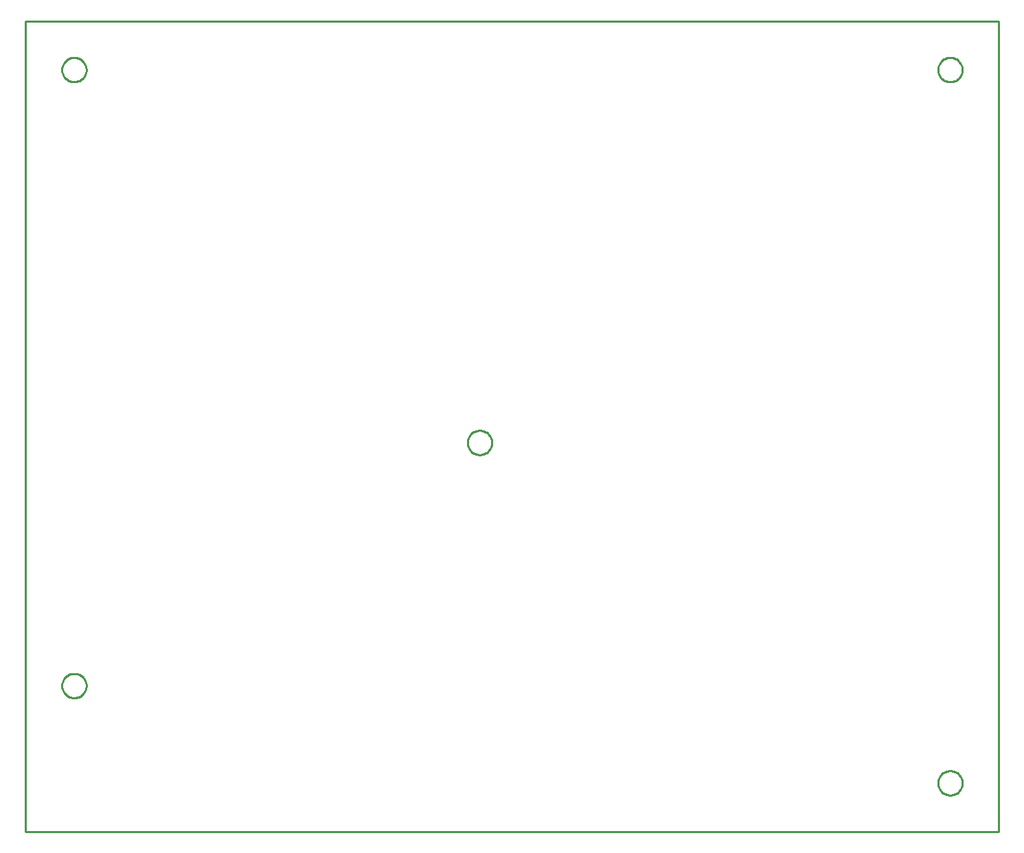
<source format=gbr>
G04 EAGLE Gerber RS-274X export*
G75*
%MOMM*%
%FSLAX34Y34*%
%LPD*%
%IN*%
%IPPOS*%
%AMOC8*
5,1,8,0,0,1.08239X$1,22.5*%
G01*
%ADD10C,0.254000*%


D10*
X0Y0D02*
X1200000Y0D01*
X1200000Y1000000D01*
X0Y1000000D01*
X0Y0D01*
X75000Y939464D02*
X74924Y938396D01*
X74771Y937335D01*
X74543Y936288D01*
X74241Y935260D01*
X73867Y934256D01*
X73422Y933281D01*
X72908Y932341D01*
X72329Y931440D01*
X71687Y930582D01*
X70985Y929772D01*
X70228Y929015D01*
X69418Y928313D01*
X68560Y927671D01*
X67659Y927092D01*
X66719Y926578D01*
X65744Y926133D01*
X64740Y925759D01*
X63712Y925457D01*
X62665Y925229D01*
X61604Y925076D01*
X60536Y925000D01*
X59464Y925000D01*
X58396Y925076D01*
X57335Y925229D01*
X56288Y925457D01*
X55260Y925759D01*
X54256Y926133D01*
X53281Y926578D01*
X52341Y927092D01*
X51440Y927671D01*
X50582Y928313D01*
X49772Y929015D01*
X49015Y929772D01*
X48313Y930582D01*
X47671Y931440D01*
X47092Y932341D01*
X46578Y933281D01*
X46133Y934256D01*
X45759Y935260D01*
X45457Y936288D01*
X45229Y937335D01*
X45076Y938396D01*
X45000Y939464D01*
X45000Y940536D01*
X45076Y941604D01*
X45229Y942665D01*
X45457Y943712D01*
X45759Y944740D01*
X46133Y945744D01*
X46578Y946719D01*
X47092Y947659D01*
X47671Y948560D01*
X48313Y949418D01*
X49015Y950228D01*
X49772Y950985D01*
X50582Y951687D01*
X51440Y952329D01*
X52341Y952908D01*
X53281Y953422D01*
X54256Y953867D01*
X55260Y954241D01*
X56288Y954543D01*
X57335Y954771D01*
X58396Y954924D01*
X59464Y955000D01*
X60536Y955000D01*
X61604Y954924D01*
X62665Y954771D01*
X63712Y954543D01*
X64740Y954241D01*
X65744Y953867D01*
X66719Y953422D01*
X67659Y952908D01*
X68560Y952329D01*
X69418Y951687D01*
X70228Y950985D01*
X70985Y950228D01*
X71687Y949418D01*
X72329Y948560D01*
X72908Y947659D01*
X73422Y946719D01*
X73867Y945744D01*
X74241Y944740D01*
X74543Y943712D01*
X74771Y942665D01*
X74924Y941604D01*
X75000Y940536D01*
X75000Y939464D01*
X75000Y179464D02*
X74924Y178396D01*
X74771Y177335D01*
X74543Y176288D01*
X74241Y175260D01*
X73867Y174256D01*
X73422Y173281D01*
X72908Y172341D01*
X72329Y171440D01*
X71687Y170582D01*
X70985Y169772D01*
X70228Y169015D01*
X69418Y168313D01*
X68560Y167671D01*
X67659Y167092D01*
X66719Y166578D01*
X65744Y166133D01*
X64740Y165759D01*
X63712Y165457D01*
X62665Y165229D01*
X61604Y165076D01*
X60536Y165000D01*
X59464Y165000D01*
X58396Y165076D01*
X57335Y165229D01*
X56288Y165457D01*
X55260Y165759D01*
X54256Y166133D01*
X53281Y166578D01*
X52341Y167092D01*
X51440Y167671D01*
X50582Y168313D01*
X49772Y169015D01*
X49015Y169772D01*
X48313Y170582D01*
X47671Y171440D01*
X47092Y172341D01*
X46578Y173281D01*
X46133Y174256D01*
X45759Y175260D01*
X45457Y176288D01*
X45229Y177335D01*
X45076Y178396D01*
X45000Y179464D01*
X45000Y180536D01*
X45076Y181604D01*
X45229Y182665D01*
X45457Y183712D01*
X45759Y184740D01*
X46133Y185744D01*
X46578Y186719D01*
X47092Y187659D01*
X47671Y188560D01*
X48313Y189418D01*
X49015Y190228D01*
X49772Y190985D01*
X50582Y191687D01*
X51440Y192329D01*
X52341Y192908D01*
X53281Y193422D01*
X54256Y193867D01*
X55260Y194241D01*
X56288Y194543D01*
X57335Y194771D01*
X58396Y194924D01*
X59464Y195000D01*
X60536Y195000D01*
X61604Y194924D01*
X62665Y194771D01*
X63712Y194543D01*
X64740Y194241D01*
X65744Y193867D01*
X66719Y193422D01*
X67659Y192908D01*
X68560Y192329D01*
X69418Y191687D01*
X70228Y190985D01*
X70985Y190228D01*
X71687Y189418D01*
X72329Y188560D01*
X72908Y187659D01*
X73422Y186719D01*
X73867Y185744D01*
X74241Y184740D01*
X74543Y183712D01*
X74771Y182665D01*
X74924Y181604D01*
X75000Y180536D01*
X75000Y179464D01*
X1155000Y59464D02*
X1154924Y58396D01*
X1154771Y57335D01*
X1154543Y56288D01*
X1154241Y55260D01*
X1153867Y54256D01*
X1153422Y53281D01*
X1152908Y52341D01*
X1152329Y51440D01*
X1151687Y50582D01*
X1150985Y49772D01*
X1150228Y49015D01*
X1149418Y48313D01*
X1148560Y47671D01*
X1147659Y47092D01*
X1146719Y46578D01*
X1145744Y46133D01*
X1144740Y45759D01*
X1143712Y45457D01*
X1142665Y45229D01*
X1141604Y45076D01*
X1140536Y45000D01*
X1139464Y45000D01*
X1138396Y45076D01*
X1137335Y45229D01*
X1136288Y45457D01*
X1135260Y45759D01*
X1134256Y46133D01*
X1133281Y46578D01*
X1132341Y47092D01*
X1131440Y47671D01*
X1130582Y48313D01*
X1129772Y49015D01*
X1129015Y49772D01*
X1128313Y50582D01*
X1127671Y51440D01*
X1127092Y52341D01*
X1126578Y53281D01*
X1126133Y54256D01*
X1125759Y55260D01*
X1125457Y56288D01*
X1125229Y57335D01*
X1125076Y58396D01*
X1125000Y59464D01*
X1125000Y60536D01*
X1125076Y61604D01*
X1125229Y62665D01*
X1125457Y63712D01*
X1125759Y64740D01*
X1126133Y65744D01*
X1126578Y66719D01*
X1127092Y67659D01*
X1127671Y68560D01*
X1128313Y69418D01*
X1129015Y70228D01*
X1129772Y70985D01*
X1130582Y71687D01*
X1131440Y72329D01*
X1132341Y72908D01*
X1133281Y73422D01*
X1134256Y73867D01*
X1135260Y74241D01*
X1136288Y74543D01*
X1137335Y74771D01*
X1138396Y74924D01*
X1139464Y75000D01*
X1140536Y75000D01*
X1141604Y74924D01*
X1142665Y74771D01*
X1143712Y74543D01*
X1144740Y74241D01*
X1145744Y73867D01*
X1146719Y73422D01*
X1147659Y72908D01*
X1148560Y72329D01*
X1149418Y71687D01*
X1150228Y70985D01*
X1150985Y70228D01*
X1151687Y69418D01*
X1152329Y68560D01*
X1152908Y67659D01*
X1153422Y66719D01*
X1153867Y65744D01*
X1154241Y64740D01*
X1154543Y63712D01*
X1154771Y62665D01*
X1154924Y61604D01*
X1155000Y60536D01*
X1155000Y59464D01*
X1155000Y939464D02*
X1154924Y938396D01*
X1154771Y937335D01*
X1154543Y936288D01*
X1154241Y935260D01*
X1153867Y934256D01*
X1153422Y933281D01*
X1152908Y932341D01*
X1152329Y931440D01*
X1151687Y930582D01*
X1150985Y929772D01*
X1150228Y929015D01*
X1149418Y928313D01*
X1148560Y927671D01*
X1147659Y927092D01*
X1146719Y926578D01*
X1145744Y926133D01*
X1144740Y925759D01*
X1143712Y925457D01*
X1142665Y925229D01*
X1141604Y925076D01*
X1140536Y925000D01*
X1139464Y925000D01*
X1138396Y925076D01*
X1137335Y925229D01*
X1136288Y925457D01*
X1135260Y925759D01*
X1134256Y926133D01*
X1133281Y926578D01*
X1132341Y927092D01*
X1131440Y927671D01*
X1130582Y928313D01*
X1129772Y929015D01*
X1129015Y929772D01*
X1128313Y930582D01*
X1127671Y931440D01*
X1127092Y932341D01*
X1126578Y933281D01*
X1126133Y934256D01*
X1125759Y935260D01*
X1125457Y936288D01*
X1125229Y937335D01*
X1125076Y938396D01*
X1125000Y939464D01*
X1125000Y940536D01*
X1125076Y941604D01*
X1125229Y942665D01*
X1125457Y943712D01*
X1125759Y944740D01*
X1126133Y945744D01*
X1126578Y946719D01*
X1127092Y947659D01*
X1127671Y948560D01*
X1128313Y949418D01*
X1129015Y950228D01*
X1129772Y950985D01*
X1130582Y951687D01*
X1131440Y952329D01*
X1132341Y952908D01*
X1133281Y953422D01*
X1134256Y953867D01*
X1135260Y954241D01*
X1136288Y954543D01*
X1137335Y954771D01*
X1138396Y954924D01*
X1139464Y955000D01*
X1140536Y955000D01*
X1141604Y954924D01*
X1142665Y954771D01*
X1143712Y954543D01*
X1144740Y954241D01*
X1145744Y953867D01*
X1146719Y953422D01*
X1147659Y952908D01*
X1148560Y952329D01*
X1149418Y951687D01*
X1150228Y950985D01*
X1150985Y950228D01*
X1151687Y949418D01*
X1152329Y948560D01*
X1152908Y947659D01*
X1153422Y946719D01*
X1153867Y945744D01*
X1154241Y944740D01*
X1154543Y943712D01*
X1154771Y942665D01*
X1154924Y941604D01*
X1155000Y940536D01*
X1155000Y939464D01*
X575000Y479464D02*
X574924Y478396D01*
X574771Y477335D01*
X574543Y476288D01*
X574241Y475260D01*
X573867Y474256D01*
X573422Y473281D01*
X572908Y472341D01*
X572329Y471440D01*
X571687Y470582D01*
X570985Y469772D01*
X570228Y469015D01*
X569418Y468313D01*
X568560Y467671D01*
X567659Y467092D01*
X566719Y466578D01*
X565744Y466133D01*
X564740Y465759D01*
X563712Y465457D01*
X562665Y465229D01*
X561604Y465076D01*
X560536Y465000D01*
X559464Y465000D01*
X558396Y465076D01*
X557335Y465229D01*
X556288Y465457D01*
X555260Y465759D01*
X554256Y466133D01*
X553281Y466578D01*
X552341Y467092D01*
X551440Y467671D01*
X550582Y468313D01*
X549772Y469015D01*
X549015Y469772D01*
X548313Y470582D01*
X547671Y471440D01*
X547092Y472341D01*
X546578Y473281D01*
X546133Y474256D01*
X545759Y475260D01*
X545457Y476288D01*
X545229Y477335D01*
X545076Y478396D01*
X545000Y479464D01*
X545000Y480536D01*
X545076Y481604D01*
X545229Y482665D01*
X545457Y483712D01*
X545759Y484740D01*
X546133Y485744D01*
X546578Y486719D01*
X547092Y487659D01*
X547671Y488560D01*
X548313Y489418D01*
X549015Y490228D01*
X549772Y490985D01*
X550582Y491687D01*
X551440Y492329D01*
X552341Y492908D01*
X553281Y493422D01*
X554256Y493867D01*
X555260Y494241D01*
X556288Y494543D01*
X557335Y494771D01*
X558396Y494924D01*
X559464Y495000D01*
X560536Y495000D01*
X561604Y494924D01*
X562665Y494771D01*
X563712Y494543D01*
X564740Y494241D01*
X565744Y493867D01*
X566719Y493422D01*
X567659Y492908D01*
X568560Y492329D01*
X569418Y491687D01*
X570228Y490985D01*
X570985Y490228D01*
X571687Y489418D01*
X572329Y488560D01*
X572908Y487659D01*
X573422Y486719D01*
X573867Y485744D01*
X574241Y484740D01*
X574543Y483712D01*
X574771Y482665D01*
X574924Y481604D01*
X575000Y480536D01*
X575000Y479464D01*
M02*

</source>
